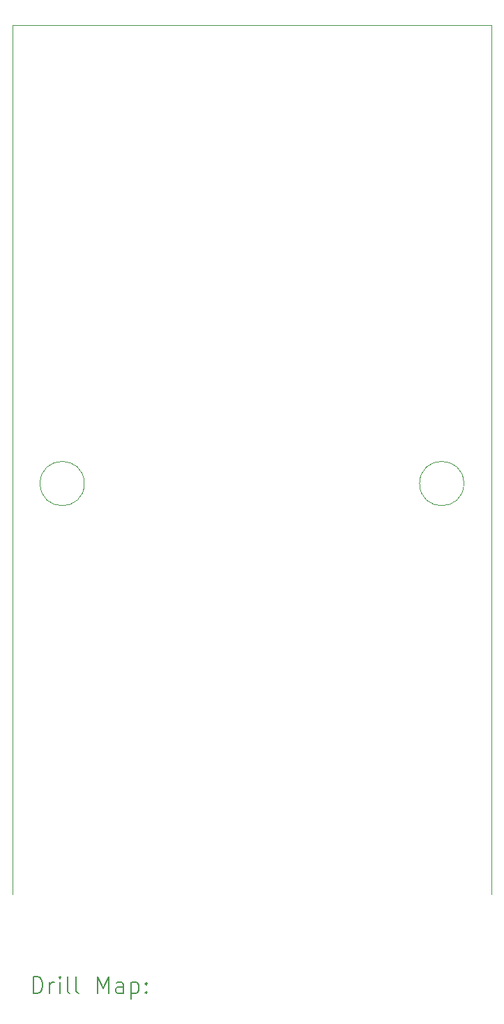
<source format=gbr>
%FSLAX45Y45*%
G04 Gerber Fmt 4.5, Leading zero omitted, Abs format (unit mm)*
G04 Created by KiCad (PCBNEW (6.0.6)) date 2022-11-01 12:00:37*
%MOMM*%
%LPD*%
G01*
G04 APERTURE LIST*
%TA.AperFunction,Profile*%
%ADD10C,0.100000*%
%TD*%
%ADD11C,0.200000*%
G04 APERTURE END LIST*
D10*
X14709140Y-18354000D02*
X14709140Y-7800000D01*
X9763696Y-13367000D02*
G75*
G03*
X9763696Y-13367000I-268830J0D01*
G01*
X8890000Y-7800000D02*
X14709140Y-7800000D01*
X14373104Y-13367000D02*
G75*
G03*
X14373104Y-13367000I-268830J0D01*
G01*
X8890000Y-18354000D02*
X8890000Y-7800000D01*
D11*
X9141619Y-19554476D02*
X9141619Y-19354476D01*
X9189238Y-19354476D01*
X9217810Y-19364000D01*
X9236857Y-19383048D01*
X9246381Y-19402095D01*
X9255905Y-19440190D01*
X9255905Y-19468762D01*
X9246381Y-19506857D01*
X9236857Y-19525905D01*
X9217810Y-19544952D01*
X9189238Y-19554476D01*
X9141619Y-19554476D01*
X9341619Y-19554476D02*
X9341619Y-19421143D01*
X9341619Y-19459238D02*
X9351143Y-19440190D01*
X9360667Y-19430667D01*
X9379714Y-19421143D01*
X9398762Y-19421143D01*
X9465429Y-19554476D02*
X9465429Y-19421143D01*
X9465429Y-19354476D02*
X9455905Y-19364000D01*
X9465429Y-19373524D01*
X9474952Y-19364000D01*
X9465429Y-19354476D01*
X9465429Y-19373524D01*
X9589238Y-19554476D02*
X9570190Y-19544952D01*
X9560667Y-19525905D01*
X9560667Y-19354476D01*
X9694000Y-19554476D02*
X9674952Y-19544952D01*
X9665429Y-19525905D01*
X9665429Y-19354476D01*
X9922571Y-19554476D02*
X9922571Y-19354476D01*
X9989238Y-19497333D01*
X10055905Y-19354476D01*
X10055905Y-19554476D01*
X10236857Y-19554476D02*
X10236857Y-19449714D01*
X10227333Y-19430667D01*
X10208286Y-19421143D01*
X10170190Y-19421143D01*
X10151143Y-19430667D01*
X10236857Y-19544952D02*
X10217810Y-19554476D01*
X10170190Y-19554476D01*
X10151143Y-19544952D01*
X10141619Y-19525905D01*
X10141619Y-19506857D01*
X10151143Y-19487810D01*
X10170190Y-19478286D01*
X10217810Y-19478286D01*
X10236857Y-19468762D01*
X10332095Y-19421143D02*
X10332095Y-19621143D01*
X10332095Y-19430667D02*
X10351143Y-19421143D01*
X10389238Y-19421143D01*
X10408286Y-19430667D01*
X10417810Y-19440190D01*
X10427333Y-19459238D01*
X10427333Y-19516381D01*
X10417810Y-19535429D01*
X10408286Y-19544952D01*
X10389238Y-19554476D01*
X10351143Y-19554476D01*
X10332095Y-19544952D01*
X10513048Y-19535429D02*
X10522571Y-19544952D01*
X10513048Y-19554476D01*
X10503524Y-19544952D01*
X10513048Y-19535429D01*
X10513048Y-19554476D01*
X10513048Y-19430667D02*
X10522571Y-19440190D01*
X10513048Y-19449714D01*
X10503524Y-19440190D01*
X10513048Y-19430667D01*
X10513048Y-19449714D01*
M02*

</source>
